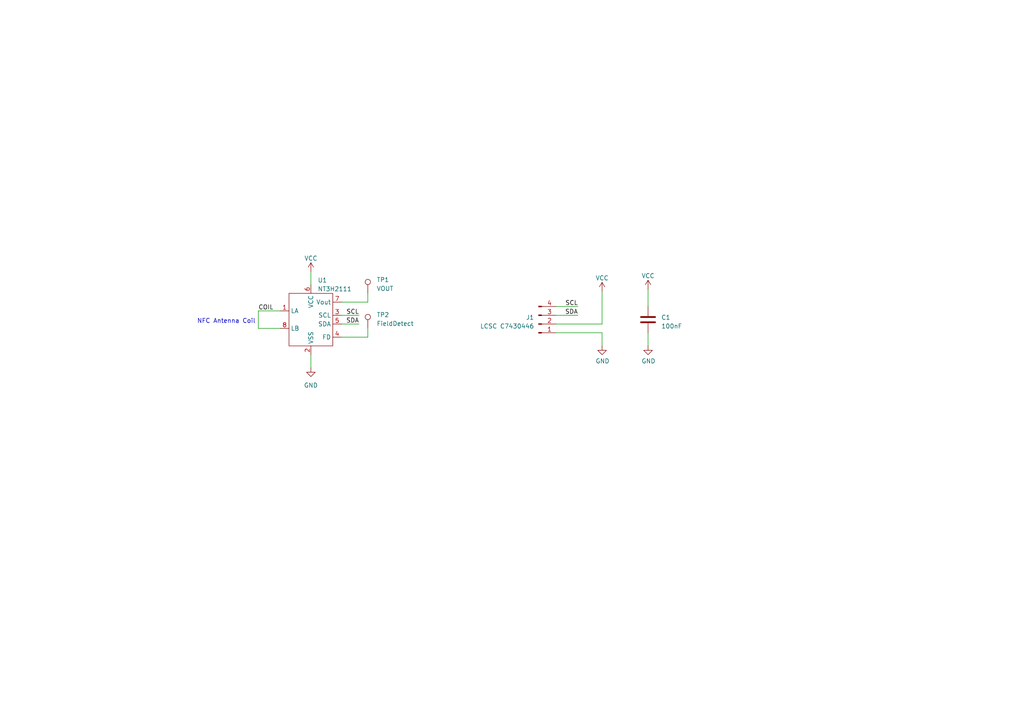
<source format=kicad_sch>
(kicad_sch (version 20230121) (generator eeschema)
  (paper "A4")
  (title_block (title "37c3 Badge") (date "2023-12-10") (company "hxr.dk") (comment 1 "CC-BY-SA"))
  (lib_symbols
    (symbol "Connector:Conn_01x04_Male" (pin_names (offset 1.016) hide)
      (property "Reference" "J" (at 0 5.08 0))
      (property "Value" "Conn_01x04_Male" (at 0 -7.62 0))
      (symbol "Conn_01x04_Male_1_1"
        (polyline (pts (xy 1.27 -5.08) (xy 0.8636 -5.08)) (stroke (width 0.1524)))
        (polyline (pts (xy 1.27 -2.54) (xy 0.8636 -2.54)) (stroke (width 0.1524)))
        (polyline (pts (xy 1.27 0) (xy 0.8636 0)) (stroke (width 0.1524)))
        (polyline (pts (xy 1.27 2.54) (xy 0.8636 2.54)) (stroke (width 0.1524)))
        (rectangle (start 0.8636 -4.953) (end 0 -5.207) (stroke (width 0.1524)) (fill (type outline)))
        (rectangle (start 0.8636 -2.413) (end 0 -2.667) (stroke (width 0.1524)) (fill (type outline)))
        (rectangle (start 0.8636 0.127) (end 0 -0.127) (stroke (width 0.1524)) (fill (type outline)))
        (rectangle (start 0.8636 2.667) (end 0 2.413) (stroke (width 0.1524)) (fill (type outline)))
        (pin passive line (at 5.08 2.54 180) (length 3.81) (name "Pin_1") (number "1"))
        (pin passive line (at 5.08 0 180) (length 3.81) (name "Pin_2") (number "2"))
        (pin passive line (at 5.08 -2.54 180) (length 3.81) (name "Pin_3") (number "3"))
        (pin passive line (at 5.08 -5.08 180) (length 3.81) (name "Pin_4") (number "4"))
      )
    )
    (symbol "Connector:TestPoint" (pin_numbers hide) (pin_names (offset 0.762) hide)
      (property "Reference" "TP" (at 0 6.858 0))
      (property "Value" "TestPoint" (at 0 5.08 0))
      (symbol "TestPoint_0_1"
        (circle (center 0 3.302) (radius 0.762))
      )
      (symbol "TestPoint_1_1"
        (pin passive line (at 0 0 90) (length 2.54) (name "1") (number "1"))
      )
    )
    (symbol "Device:C" (pin_numbers hide) (pin_names (offset 0.254))
      (property "Reference" "C" (at 0.635 2.54 0))
      (property "Value" "C" (at 0.635 -2.54 0))
      (symbol "C_0_1"
        (polyline (pts (xy -2.032 -0.762) (xy 2.032 -0.762)) (stroke (width 0.508)))
        (polyline (pts (xy -2.032 0.762) (xy 2.032 0.762)) (stroke (width 0.508)))
      )
      (symbol "C_1_1"
        (pin passive line (at 0 3.81 270) (length 2.794) (name "~") (number "1"))
        (pin passive line (at 0 -3.81 90) (length 2.794) (name "~") (number "2"))
      )
    )
    (symbol "NFC:NT3H2x11"
      (property "Reference" "U" (at 0 0 0))
      (property "Value" "NT3H2x11" (at 0 0 0))
      (symbol "NT3H2x11_0_1"
        (rectangle (start -6.35 7.62) (end 6.35 -7.62))
      )
      (symbol "NT3H2x11_1_1"
        (pin unspecified line (at -8.89 2.54 0) (length 2.54) (name "LA") (number "1"))
        (pin power_in line (at 0 -10.16 90) (length 2.54) (name "VSS") (number "2"))
        (pin input line (at 8.89 1.27 180) (length 2.54) (name "SCL") (number "3"))
        (pin output line (at 8.89 -5.08 180) (length 2.54) (name "FD") (number "4"))
        (pin bidirectional line (at 8.89 -1.27 180) (length 2.54) (name "SDA") (number "5"))
        (pin power_in line (at 0 10.16 270) (length 2.54) (name "VCC") (number "6"))
        (pin power_out line (at 8.89 5.08 180) (length 2.54) (name "Vout") (number "7"))
        (pin unspecified line (at -8.89 -2.54 0) (length 2.54) (name "LB") (number "8"))
      )
    )
    (symbol "power:GND" (power) (pin_names (offset 0))
      (property "Value" "GND" (at 0 -3.81 0))
      (symbol "GND_0_1"
        (polyline (pts (xy 0 0) (xy 0 -1.27) (xy 1.27 -1.27) (xy 0 -2.54) (xy -1.27 -1.27) (xy 0 -1.27)))
      )
      (symbol "GND_1_1"
        (pin power_in line (at 0 0 270) (length 0) hide (name "GND") (number "1"))
      )
    )
    (symbol "power:VCC" (power) (pin_names (offset 0))
      (property "Value" "VCC" (at 0 3.81 0))
      (symbol "VCC_0_1"
        (polyline (pts (xy -0.762 1.27) (xy 0 2.54)))
        (polyline (pts (xy 0 0) (xy 0 2.54)))
        (polyline (pts (xy 0 2.54) (xy 0.762 1.27)))
      )
      (symbol "VCC_1_1"
        (pin power_in line (at 0 0 90) (length 0) hide (name "VCC") (number "1"))
      )
    )
  )
  (wire (pts (xy 81.28 90.17) (xy 74.93 90.17)))
  (wire (pts (xy 106.68 87.63) (xy 106.68 85.09)))
  (wire (pts (xy 99.06 87.63) (xy 106.68 87.63)))
  (wire (pts (xy 74.93 95.25) (xy 81.28 95.25)))
  (wire (pts (xy 174.625 96.52) (xy 174.625 100.33)))
  (wire (pts (xy 90.17 78.74) (xy 90.17 82.55)))
  (wire (pts (xy 106.68 97.79) (xy 106.68 95.25)))
  (wire (pts (xy 187.96 83.82) (xy 187.96 88.9)))
  (wire (pts (xy 99.06 97.79) (xy 106.68 97.79)))
  (wire (pts (xy 174.625 84.455) (xy 174.625 93.98)))
  (wire (pts (xy 90.17 102.87) (xy 90.17 106.68)))
  (wire (pts (xy 161.29 93.98) (xy 174.625 93.98)))
  (wire (pts (xy 161.29 96.52) (xy 174.625 96.52)))
  (wire (pts (xy 99.06 93.98) (xy 104.14 93.98)))
  (wire (pts (xy 187.96 96.52) (xy 187.96 100.33)))
  (wire (pts (xy 161.29 88.9) (xy 167.64 88.9)))
  (wire (pts (xy 99.06 91.44) (xy 104.14 91.44)))
  (wire (pts (xy 161.29 91.44) (xy 167.64 91.44)))
  (wire (pts (xy 74.93 90.17) (xy 74.93 95.25)))
  (text "NFC Antenna Coil" (at 57.15 93.98 0) (effects (font (size 1.27 1.27)) (justify left bottom)))
  (label "SDA" (at 104.14 93.98 180))
  (label "SCL" (at 167.64 88.9 180))
  (label "SCL" (at 104.14 91.44 180))
  (label "COIL" (at 74.93 90.17 0))
  (label "SDA" (at 167.64 91.44 180))
  (symbol (lib_id "power:VCC") (at 187.96 83.82 0) (unit 1)
    (property "Reference" "#PWR05" (effects hide))
    (property "Value" "VCC" (at 187.96 80.01 0))
  )
  (symbol (lib_id "power:GND") (at 90.17 106.68 0) (unit 1)
    (property "Reference" "#PWR02" (effects hide))
    (property "Value" "GND" (at 90.17 111.76 0))
  )
  (symbol (lib_id "NFC:NT3H2x11") (at 90.17 92.71 0) (unit 1)
    (property "Reference" "U1" (at 92.1259 81.28 0) (effects (justify left)))
    (property "Value" "NT3H2111" (at 92.1259 83.82 0) (effects (justify left)))
    (property "Footprint" "SMD_Semiconductors:NXP-XQFN-8-1.6x1.6mm" (effects hide))
    (property "Datasheet" "https://www.nxp.com/docs/en/data-sheet/NT3H2111_2211.pdf" (effects hide))
    (property "MPN" "C710403" (effects hide))
  )
  (symbol (lib_id "power:VCC") (at 174.625 84.455 0) (unit 1)
    (property "Reference" "#PWR03" (effects hide))
    (property "Value" "VCC" (at 174.625 80.645 0))
  )
  (symbol (lib_id "Connector:Conn_01x04_Male") (at 156.21 93.98 0) (mirror x) (unit 1)
    (property "Reference" "J1" (at 154.94 92.075 0) (effects (justify right)))
    (property "Value" "LCSC C7430446" (at 154.94 94.615 0) (effects (justify right)))
    (property "Footprint" "Connector_JST:JST_SH_SM04B-SRSS-TB_1x04-1MP_P1.00mm_Horizontal" (effects hide))
    (property "MPN" "C7430446" (effects hide))
  )
  (symbol (lib_id "power:GND") (at 174.625 100.33 0) (unit 1)
    (property "Reference" "#PWR04" (effects hide))
    (property "Value" "GND" (at 174.752 104.7242 0))
  )
  (symbol (lib_id "power:GND") (at 187.96 100.33 0) (unit 1)
    (property "Reference" "#PWR06" (effects hide))
    (property "Value" "GND" (at 188.087 104.7242 0))
  )
  (symbol (lib_id "Connector:TestPoint") (at 106.68 95.25 0) (unit 1) (in_bom no)
    (property "Reference" "TP2" (at 109.22 91.313 0) (effects (justify left)))
    (property "Value" "FieldDetect" (at 109.22 93.853 0) (effects (justify left)))
    (property "Footprint" "TestPoint:TestPoint_Pad_D1.0mm" (effects hide))
  )
  (symbol (lib_id "Connector:TestPoint") (at 106.68 85.09 0) (unit 1) (in_bom no)
    (property "Reference" "TP1" (at 109.22 81.153 0) (effects (justify left)))
    (property "Value" "VOUT" (at 109.22 83.693 0) (effects (justify left)))
    (property "Footprint" "TestPoint:TestPoint_Pad_D1.0mm" (effects hide))
  )
  (symbol (lib_id "Device:C") (at 187.96 92.71 0) (unit 1)
    (property "Reference" "C1" (at 191.77 92.075 0) (effects (justify left)))
    (property "Value" "100nF" (at 191.77 94.615 0) (effects (justify left)))
    (property "Footprint" "Capacitor_SMD:C_0402_1005Metric" (effects hide))
    (property "MPN" "C1525" (effects hide))
  )
  (symbol (lib_id "power:VCC") (at 90.17 78.74 0) (unit 1)
    (property "Reference" "#PWR01" (effects hide))
    (property "Value" "VCC" (at 90.17 74.93 0))
  )
)
</source>
